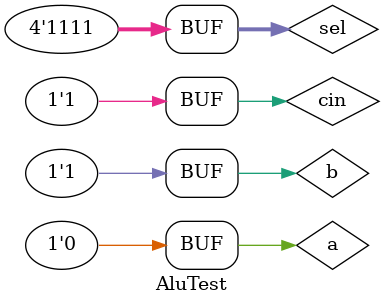
<source format=v>
module AluTest;
	`timescale 1ns/1ps
	reg a,b,cin;
	reg [3:0] sel;
	wire s,cout;
	
	alu1bit alu(s,cout,a,b,cin,sel);
	
	initial 
begin
  
	$monitor($time," a = %b b = %b cin = %b *** sel = %b *** s = %b cout = %b",a,b,cin,sel,s,cout);
	a=1'b1; b=1'b1; cin=1'b0; sel=4'b0000;
	#10
	a=1'b1; b=1'b0; cin=1'b0; sel=4'b0000;
	#20
	a=1'b0; b=1'b1; cin=1'b0; sel=4'b0100;
	#30
	a=1'b0; b=1'b0; cin=1'b0; sel=4'b0100;
	#40
	a=1'b1; b=1'b1; cin=1'b0; sel=4'b1000;
	#50
	a=1'b1; b=1'b0; cin=1'b0; sel=4'b1000;
	#60
	a=1'b0; b=1'b0; cin=1'b0; sel=4'b1100;
	#70
	a=1'b0; b=1'b1; cin=1'b0; sel=4'b1100;
	#80
	a=1'b0; b=1'b1; cin=1'b1; sel=4'b1100;
	#90
	a=1'b1; b=1'b1; cin=1'b1; sel=4'b1100;
	#100
	a=1'b1; b=1'b1; cin=1'b0; sel=4'b1101;
	#110
	a=1'b1; b=1'b0; cin=1'b0; sel=4'b1101;
	#120
	a=1'b1; b=1'b1; cin=1'b1; sel=4'b1101;
	#130
	a=1'b0; b=1'b1; cin=1'b1; sel=4'b1101;
	#140
	a=1'b1; b=1'b1; cin=1'b0; sel=4'b1110;
	#150
	a=1'b0; b=1'b1; cin=1'b0; sel=4'b1110;
	#160
	a=1'b1; b=1'b0; cin=1'b1; sel=4'b1110;
	#170
	a=1'b0; b=1'b1; cin=1'b1; sel=4'b1110;
	#180
	a=1'b1; b=1'b1; cin=1'b0; sel=4'b1111;
	#190
	a=1'b0; b=1'b1; cin=1'b0; sel=4'b1111;
	#200
	a=1'b1; b=1'b1; cin=1'b1; sel=4'b1111;
	#210
	a=1'b0; b=1'b1; cin=1'b1; sel=4'b1111;
  end
endmodule

</source>
